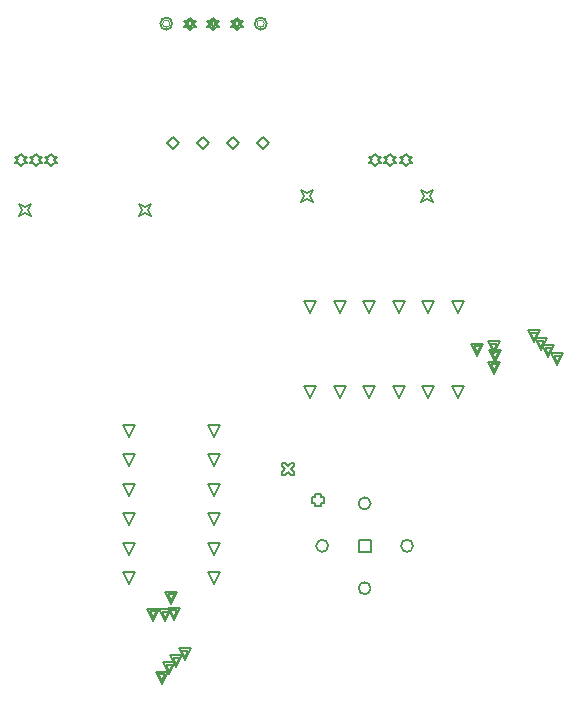
<source format=gbr>
%TF.GenerationSoftware,Altium Limited,Altium Designer,22.7.1 (60)*%
G04 Layer_Color=2752767*
%FSLAX45Y45*%
%MOMM*%
%TF.SameCoordinates,2E8CAF61-F9F5-4988-A97D-765C0E49F6B8*%
%TF.FilePolarity,Positive*%
%TF.FileFunction,Drawing*%
%TF.Part,Single*%
G01*
G75*
%TA.AperFunction,NonConductor*%
%ADD70C,0.12700*%
%ADD71C,0.16933*%
%ADD72C,0.10160*%
D70*
X723900Y1143000D02*
X749300Y1193800D01*
X723900Y1244600D01*
X774700Y1219200D01*
X825500Y1244600D01*
X800100Y1193800D01*
X825500Y1143000D01*
X774700Y1168400D01*
X723900Y1143000D01*
X1739900D02*
X1765300Y1193800D01*
X1739900Y1244600D01*
X1790700Y1219200D01*
X1841500Y1244600D01*
X1816100Y1193800D01*
X1841500Y1143000D01*
X1790700Y1168400D01*
X1739900Y1143000D01*
X-406400Y1643874D02*
X-355600Y1694674D01*
X-304800Y1643874D01*
X-355600Y1593074D01*
X-406400Y1643874D01*
X-152400Y1643874D02*
X-101600Y1694674D01*
X-50800Y1643874D01*
X-101600Y1593074D01*
X-152400Y1643874D01*
X101600Y1643874D02*
X152400Y1694674D01*
X203200Y1643874D01*
X152400Y1593074D01*
X101600Y1643874D01*
X355600D02*
X406400Y1694674D01*
X457200Y1643874D01*
X406400Y1593074D01*
X355600Y1643874D01*
X184100Y2603500D02*
X209500Y2628900D01*
X234900D01*
X209500Y2654300D01*
X234900Y2679700D01*
X209500D01*
X184100Y2705100D01*
X158700Y2679700D01*
X133300D01*
X158700Y2654300D01*
X133300Y2628900D01*
X158700D01*
X184100Y2603500D01*
Y2623820D02*
X199340Y2639060D01*
X214580D01*
X199340Y2654300D01*
X214580Y2669540D01*
X199340D01*
X184100Y2684780D01*
X168860Y2669540D01*
X153620D01*
X168860Y2654300D01*
X153620Y2639060D01*
X168860D01*
X184100Y2623820D01*
X-15900Y2603500D02*
X9500Y2628900D01*
X34900D01*
X9500Y2654300D01*
X34900Y2679700D01*
X9500D01*
X-15900Y2705100D01*
X-41300Y2679700D01*
X-66700D01*
X-41300Y2654300D01*
X-66700Y2628900D01*
X-41300D01*
X-15900Y2603500D01*
Y2623820D02*
X-660Y2639060D01*
X14580D01*
X-660Y2654300D01*
X14580Y2669540D01*
X-660D01*
X-15900Y2684780D01*
X-31140Y2669540D01*
X-46380D01*
X-31140Y2654300D01*
X-46380Y2639060D01*
X-31140D01*
X-15900Y2623820D01*
X-215900Y2603500D02*
X-190500Y2628900D01*
X-165100D01*
X-190500Y2654300D01*
X-165100Y2679700D01*
X-190500D01*
X-215900Y2705100D01*
X-241300Y2679700D01*
X-266700D01*
X-241300Y2654300D01*
X-266700Y2628900D01*
X-241300D01*
X-215900Y2603500D01*
Y2623820D02*
X-200660Y2639060D01*
X-185420D01*
X-200660Y2654300D01*
X-185420Y2669540D01*
X-200660D01*
X-215900Y2684780D01*
X-231140Y2669540D01*
X-246380D01*
X-231140Y2654300D01*
X-246380Y2639060D01*
X-231140D01*
X-215900Y2623820D01*
X-1663700Y1026049D02*
X-1638300Y1076849D01*
X-1663700Y1127649D01*
X-1612900Y1102249D01*
X-1562100Y1127649D01*
X-1587500Y1076849D01*
X-1562100Y1026049D01*
X-1612900Y1051449D01*
X-1663700Y1026049D01*
X-647700D02*
X-622300Y1076849D01*
X-647700Y1127649D01*
X-596900Y1102249D01*
X-546100Y1127649D01*
X-571500Y1076849D01*
X-546100Y1026049D01*
X-596900Y1051449D01*
X-647700Y1026049D01*
X-9309Y-841416D02*
X-60109Y-739816D01*
X41491D01*
X-9309Y-841416D01*
Y-1091416D02*
X-60109Y-989816D01*
X41491D01*
X-9309Y-1091416D01*
Y-1341416D02*
X-60109Y-1239816D01*
X41491D01*
X-9309Y-1341416D01*
Y-1591416D02*
X-60109Y-1489816D01*
X41491D01*
X-9309Y-1591416D01*
Y-1841416D02*
X-60109Y-1739816D01*
X41491D01*
X-9309Y-1841416D01*
Y-2091416D02*
X-60109Y-1989816D01*
X41491D01*
X-9309Y-2091416D01*
X-731624D02*
X-782424Y-1989816D01*
X-680824D01*
X-731624Y-2091416D01*
X-731625Y-1841415D02*
X-782425Y-1739815D01*
X-680825D01*
X-731625Y-1841415D01*
X-731624Y-1591416D02*
X-782424Y-1489816D01*
X-680824D01*
X-731624Y-1591416D01*
Y-1341416D02*
X-782424Y-1239816D01*
X-680824D01*
X-731624Y-1341416D01*
Y-1091416D02*
X-782424Y-989816D01*
X-680824D01*
X-731624Y-1091416D01*
Y-841416D02*
X-782424Y-739816D01*
X-680824D01*
X-731624Y-841416D01*
X803316Y206591D02*
X752516Y308191D01*
X854116D01*
X803316Y206591D01*
X1053316Y206591D02*
X1002516Y308191D01*
X1104116D01*
X1053316Y206591D01*
X1303316D02*
X1252516Y308191D01*
X1354116D01*
X1303316Y206591D01*
X1553316D02*
X1502516Y308191D01*
X1604116D01*
X1553316Y206591D01*
X1803316Y206590D02*
X1752516Y308190D01*
X1854116D01*
X1803316Y206590D01*
X2053316Y206591D02*
X2002516Y308191D01*
X2104116D01*
X2053316Y206591D01*
Y-515725D02*
X2002516Y-414125D01*
X2104116D01*
X2053316Y-515725D01*
X1803315Y-515725D02*
X1752515Y-414125D01*
X1854115D01*
X1803315Y-515725D01*
X1553316Y-515724D02*
X1502516Y-414124D01*
X1604116D01*
X1553316Y-515724D01*
X1303316Y-515725D02*
X1252516Y-414125D01*
X1354116D01*
X1303316Y-515725D01*
X1053316Y-515724D02*
X1002516Y-414124D01*
X1104116D01*
X1053316Y-515724D01*
X803316Y-515724D02*
X752516Y-414124D01*
X854116D01*
X803316Y-515724D01*
X1212814Y-1817551D02*
Y-1715951D01*
X1314414D01*
Y-1817551D01*
X1212814D01*
X-1389621Y1451463D02*
X-1364221Y1476863D01*
X-1338821D01*
X-1364221Y1502263D01*
X-1338821Y1527663D01*
X-1364221D01*
X-1389621Y1553063D01*
X-1415021Y1527663D01*
X-1440421D01*
X-1415021Y1502263D01*
X-1440421Y1476863D01*
X-1415021D01*
X-1389621Y1451463D01*
X-1519621Y1451463D02*
X-1494221Y1476863D01*
X-1468821D01*
X-1494221Y1502263D01*
X-1468821Y1527663D01*
X-1494221D01*
X-1519621Y1553063D01*
X-1545021Y1527663D01*
X-1570421D01*
X-1545021Y1502263D01*
X-1570421Y1476863D01*
X-1545021D01*
X-1519621Y1451463D01*
X-1649621D02*
X-1624221Y1476863D01*
X-1598821D01*
X-1624221Y1502263D01*
X-1598821Y1527663D01*
X-1624221D01*
X-1649621Y1553063D01*
X-1675021Y1527663D01*
X-1700421D01*
X-1675021Y1502263D01*
X-1700421Y1476863D01*
X-1675021D01*
X-1649621Y1451463D01*
X1350380D02*
X1375780Y1476863D01*
X1401180D01*
X1375780Y1502263D01*
X1401180Y1527663D01*
X1375780D01*
X1350380Y1553063D01*
X1324980Y1527663D01*
X1299580D01*
X1324980Y1502263D01*
X1299580Y1476863D01*
X1324980D01*
X1350380Y1451463D01*
X1480379Y1451463D02*
X1505779Y1476863D01*
X1531179D01*
X1505779Y1502263D01*
X1531179Y1527663D01*
X1505779D01*
X1480379Y1553063D01*
X1454979Y1527663D01*
X1429579D01*
X1454979Y1502263D01*
X1429579Y1476863D01*
X1454979D01*
X1480379Y1451463D01*
X1610379Y1451463D02*
X1635779Y1476863D01*
X1661179D01*
X1635779Y1502263D01*
X1661179Y1527663D01*
X1635779D01*
X1610379Y1553063D01*
X1584979Y1527663D01*
X1559579D01*
X1584979Y1502263D01*
X1559579Y1476863D01*
X1584979D01*
X1610379Y1451463D01*
X-452917Y-2933034D02*
X-503717Y-2831434D01*
X-402117D01*
X-452917Y-2933034D01*
Y-2912714D02*
X-483397Y-2851754D01*
X-422437D01*
X-452917Y-2912714D01*
X-329059Y-2794379D02*
X-379859Y-2692779D01*
X-278259D01*
X-329059Y-2794379D01*
Y-2774059D02*
X-359539Y-2713099D01*
X-298579D01*
X-329059Y-2774059D01*
X-526255Y-2400543D02*
X-577055Y-2298943D01*
X-475455D01*
X-526255Y-2400543D01*
Y-2380223D02*
X-556735Y-2319263D01*
X-495775D01*
X-526255Y-2380223D01*
X-354067Y-2394614D02*
X-404867Y-2293014D01*
X-303267D01*
X-354067Y-2394614D01*
Y-2374294D02*
X-384547Y-2313334D01*
X-323587D01*
X-354067Y-2374294D01*
X-260454Y-2735359D02*
X-311254Y-2633759D01*
X-209654D01*
X-260454Y-2735359D01*
Y-2715039D02*
X-290934Y-2654079D01*
X-229974D01*
X-260454Y-2715039D01*
X-388248Y-2855760D02*
X-439048Y-2754160D01*
X-337448D01*
X-388248Y-2855760D01*
Y-2835440D02*
X-418728Y-2774480D01*
X-357768D01*
X-388248Y-2835440D01*
X2894934Y-237017D02*
X2844134Y-135417D01*
X2945734D01*
X2894934Y-237017D01*
Y-216697D02*
X2864454Y-155737D01*
X2925414D01*
X2894934Y-216697D01*
X2756279Y-113159D02*
X2705479Y-11559D01*
X2807079D01*
X2756279Y-113159D01*
Y-92839D02*
X2725799Y-31879D01*
X2786759D01*
X2756279Y-92839D01*
X2362444Y-310355D02*
X2311644Y-208755D01*
X2413244D01*
X2362444Y-310355D01*
Y-290035D02*
X2331964Y-229075D01*
X2392924D01*
X2362444Y-290035D01*
X2356514Y-138167D02*
X2305714Y-36567D01*
X2407314D01*
X2356514Y-138167D01*
Y-117847D02*
X2326034Y-56887D01*
X2386994D01*
X2356514Y-117847D01*
X2697259Y-44554D02*
X2646459Y57046D01*
X2748059D01*
X2697259Y-44554D01*
Y-24234D02*
X2666779Y36726D01*
X2727739D01*
X2697259Y-24234D01*
X2817660Y-172348D02*
X2766860Y-70748D01*
X2868460D01*
X2817660Y-172348D01*
Y-152028D02*
X2787180Y-91068D01*
X2848140D01*
X2817660Y-152028D01*
X-423593Y-2405672D02*
X-474393Y-2304072D01*
X-372793D01*
X-423593Y-2405672D01*
Y-2385352D02*
X-454073Y-2324392D01*
X-393113D01*
X-423593Y-2385352D01*
X-371691Y-2256456D02*
X-422491Y-2154856D01*
X-320891D01*
X-371691Y-2256456D01*
Y-2236136D02*
X-402171Y-2175176D01*
X-341211D01*
X-371691Y-2236136D01*
X2367573Y-207693D02*
X2316773Y-106093D01*
X2418373D01*
X2367573Y-207693D01*
Y-187373D02*
X2337093Y-126413D01*
X2398053D01*
X2367573Y-187373D01*
X2218356Y-155791D02*
X2167556Y-54191D01*
X2269156D01*
X2218356Y-155791D01*
Y-135471D02*
X2187876Y-74511D01*
X2248836D01*
X2218356Y-135471D01*
X564579Y-1164438D02*
X589979D01*
X615379Y-1139038D01*
X640779Y-1164438D01*
X666179D01*
Y-1139038D01*
X640779Y-1113638D01*
X666179Y-1088238D01*
Y-1062838D01*
X640779D01*
X615379Y-1088238D01*
X589979Y-1062838D01*
X564579D01*
Y-1088238D01*
X589979Y-1113638D01*
X564579Y-1139038D01*
Y-1164438D01*
X843979Y-1405737D02*
Y-1431137D01*
X894779D01*
Y-1405737D01*
X920179D01*
Y-1354937D01*
X894779D01*
Y-1329537D01*
X843979D01*
Y-1354937D01*
X818579D01*
Y-1405737D01*
X843979D01*
D71*
X434900Y2654301D02*
G03*
X434900Y2654301I-50800J0D01*
G01*
X-365100Y2654300D02*
G03*
X-365100Y2654300I-50800J0D01*
G01*
X955203Y-1766751D02*
G03*
X955203Y-1766751I-50800J0D01*
G01*
X1314415Y-2125962D02*
G03*
X1314415Y-2125962I-50800J0D01*
G01*
X1673626Y-1766753D02*
G03*
X1673626Y-1766753I-50800J0D01*
G01*
X1314415Y-1407541D02*
G03*
X1314415Y-1407541I-50800J0D01*
G01*
D72*
X414580Y2654301D02*
G03*
X414580Y2654301I-30480J0D01*
G01*
X-385420Y2654300D02*
G03*
X-385420Y2654300I-30480J0D01*
G01*
%TF.MD5,154ec4fadec1295b2980c3bc3a4d3dfd*%
M02*

</source>
